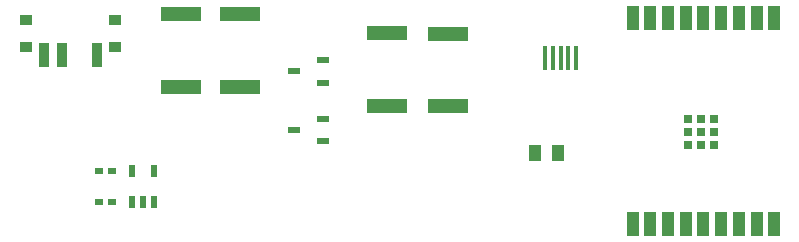
<source format=gbr>
%TF.GenerationSoftware,KiCad,Pcbnew,8.0.5-8.0.5-0~ubuntu22.04.1*%
%TF.CreationDate,2024-09-17T12:21:12-05:00*%
%TF.ProjectId,cheating-calc,63686561-7469-46e6-972d-63616c632e6b,rev?*%
%TF.SameCoordinates,Original*%
%TF.FileFunction,Paste,Top*%
%TF.FilePolarity,Positive*%
%FSLAX46Y46*%
G04 Gerber Fmt 4.6, Leading zero omitted, Abs format (unit mm)*
G04 Created by KiCad (PCBNEW 8.0.5-8.0.5-0~ubuntu22.04.1) date 2024-09-17 12:21:12*
%MOMM*%
%LPD*%
G01*
G04 APERTURE LIST*
%ADD10R,0.600000X1.100000*%
%ADD11R,0.790000X0.540000*%
%ADD12R,1.070000X0.600000*%
%ADD13R,1.130000X1.380000*%
%ADD14R,0.900000X2.000000*%
%ADD15R,1.100000X0.930000*%
%ADD16R,3.460000X1.280000*%
%ADD17R,0.400000X2.000000*%
%ADD18R,1.000000X2.000000*%
%ADD19R,0.700000X0.700000*%
G04 APERTURE END LIST*
D10*
%TO.C,U2*%
X95500000Y-67600000D03*
X97400000Y-67600000D03*
X97400000Y-70200000D03*
X96450000Y-70200000D03*
X95500000Y-70200000D03*
%TD*%
D11*
%TO.C,C2*%
X93800000Y-67600000D03*
X92700000Y-67600000D03*
%TD*%
%TO.C,C1*%
X93800000Y-70200000D03*
X92700000Y-70200000D03*
%TD*%
D12*
%TO.C,Q1*%
X111708500Y-65069000D03*
X111708500Y-63169000D03*
X109228500Y-64119000D03*
%TD*%
D13*
%TO.C,R5*%
X131600000Y-66100000D03*
X129600000Y-66100000D03*
%TD*%
D14*
%TO.C,SW1*%
X92550000Y-57762500D03*
X89550000Y-57762500D03*
X88050000Y-57762500D03*
D15*
X86500000Y-57052500D03*
X86500000Y-54782500D03*
X94100000Y-54782500D03*
X94100000Y-57052500D03*
%TD*%
D16*
%TO.C,R4*%
X122300000Y-62100000D03*
X122300000Y-55960000D03*
%TD*%
%TO.C,R2*%
X104700000Y-60470000D03*
X104700000Y-54330000D03*
%TD*%
%TO.C,R3*%
X99700000Y-60470000D03*
X99700000Y-54330000D03*
%TD*%
D12*
%TO.C,Q2*%
X111708500Y-60116000D03*
X111708500Y-58216000D03*
X109228500Y-59166000D03*
%TD*%
D16*
%TO.C,R1*%
X117100000Y-62070000D03*
X117100000Y-55930000D03*
%TD*%
D17*
%TO.C,U3*%
X133100000Y-58037500D03*
X132450000Y-58037500D03*
X131800000Y-58037500D03*
X131150000Y-58037500D03*
X130500000Y-58037500D03*
%TD*%
D18*
%TO.C,U4*%
X149900000Y-54615000D03*
X148400000Y-54615000D03*
X146900000Y-54615000D03*
X145400000Y-54615000D03*
X143900000Y-54615000D03*
X142400000Y-54615000D03*
X140900000Y-54615000D03*
X139400000Y-54615000D03*
X137900000Y-54615000D03*
X137900000Y-72115000D03*
X139400000Y-72115000D03*
X140900000Y-72115000D03*
X142400000Y-72115000D03*
X143900000Y-72115000D03*
X145400000Y-72115000D03*
X146900000Y-72115000D03*
X148400000Y-72115000D03*
X149900000Y-72115000D03*
D19*
X144800000Y-63225000D03*
X143700000Y-63225000D03*
X142600000Y-63225000D03*
X144800000Y-64325000D03*
X143700000Y-64325000D03*
X142600000Y-64325000D03*
X144800000Y-65425000D03*
X143700000Y-65425000D03*
X142600000Y-65425000D03*
%TD*%
M02*

</source>
